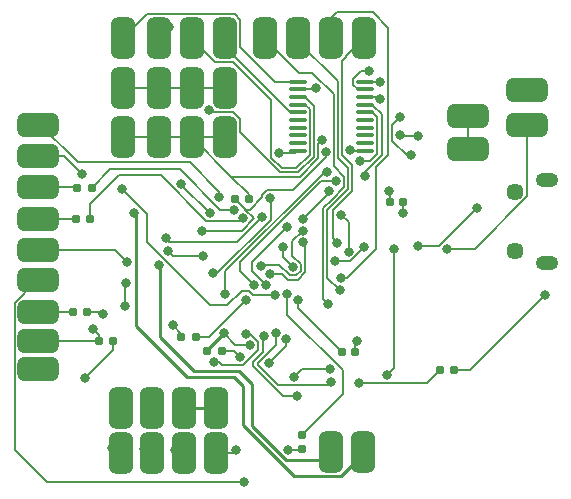
<source format=gbr>
%TF.GenerationSoftware,KiCad,Pcbnew,(6.0.1)*%
%TF.CreationDate,2022-08-29T10:58:40+03:00*%
%TF.ProjectId,flight controller,666c6967-6874-4206-936f-6e74726f6c6c,rev?*%
%TF.SameCoordinates,Original*%
%TF.FileFunction,Copper,L2,Bot*%
%TF.FilePolarity,Positive*%
%FSLAX46Y46*%
G04 Gerber Fmt 4.6, Leading zero omitted, Abs format (unit mm)*
G04 Created by KiCad (PCBNEW (6.0.1)) date 2022-08-29 10:58:40*
%MOMM*%
%LPD*%
G01*
G04 APERTURE LIST*
G04 Aperture macros list*
%AMRoundRect*
0 Rectangle with rounded corners*
0 $1 Rounding radius*
0 $2 $3 $4 $5 $6 $7 $8 $9 X,Y pos of 4 corners*
0 Add a 4 corners polygon primitive as box body*
4,1,4,$2,$3,$4,$5,$6,$7,$8,$9,$2,$3,0*
0 Add four circle primitives for the rounded corners*
1,1,$1+$1,$2,$3*
1,1,$1+$1,$4,$5*
1,1,$1+$1,$6,$7*
1,1,$1+$1,$8,$9*
0 Add four rect primitives between the rounded corners*
20,1,$1+$1,$2,$3,$4,$5,0*
20,1,$1+$1,$4,$5,$6,$7,0*
20,1,$1+$1,$6,$7,$8,$9,0*
20,1,$1+$1,$8,$9,$2,$3,0*%
G04 Aperture macros list end*
%TA.AperFunction,ComponentPad*%
%ADD10O,1.900000X1.200000*%
%TD*%
%TA.AperFunction,ComponentPad*%
%ADD11C,1.450000*%
%TD*%
%TA.AperFunction,SMDPad,CuDef*%
%ADD12RoundRect,0.500000X-0.500000X-1.250000X0.500000X-1.250000X0.500000X1.250000X-0.500000X1.250000X0*%
%TD*%
%TA.AperFunction,SMDPad,CuDef*%
%ADD13RoundRect,0.160000X0.197500X0.160000X-0.197500X0.160000X-0.197500X-0.160000X0.197500X-0.160000X0*%
%TD*%
%TA.AperFunction,SMDPad,CuDef*%
%ADD14RoundRect,0.500000X0.500000X1.250000X-0.500000X1.250000X-0.500000X-1.250000X0.500000X-1.250000X0*%
%TD*%
%TA.AperFunction,SMDPad,CuDef*%
%ADD15RoundRect,0.160000X-0.197500X-0.160000X0.197500X-0.160000X0.197500X0.160000X-0.197500X0.160000X0*%
%TD*%
%TA.AperFunction,SMDPad,CuDef*%
%ADD16RoundRect,0.500000X1.250000X-0.500000X1.250000X0.500000X-1.250000X0.500000X-1.250000X-0.500000X0*%
%TD*%
%TA.AperFunction,SMDPad,CuDef*%
%ADD17RoundRect,0.155000X0.212500X0.155000X-0.212500X0.155000X-0.212500X-0.155000X0.212500X-0.155000X0*%
%TD*%
%TA.AperFunction,SMDPad,CuDef*%
%ADD18RoundRect,0.100000X0.637500X0.100000X-0.637500X0.100000X-0.637500X-0.100000X0.637500X-0.100000X0*%
%TD*%
%TA.AperFunction,SMDPad,CuDef*%
%ADD19RoundRect,0.500000X-1.250000X0.500000X-1.250000X-0.500000X1.250000X-0.500000X1.250000X0.500000X0*%
%TD*%
%TA.AperFunction,SMDPad,CuDef*%
%ADD20RoundRect,0.160000X0.160000X-0.197500X0.160000X0.197500X-0.160000X0.197500X-0.160000X-0.197500X0*%
%TD*%
%TA.AperFunction,ViaPad*%
%ADD21C,0.800000*%
%TD*%
%TA.AperFunction,Conductor*%
%ADD22C,0.152400*%
%TD*%
%TA.AperFunction,Conductor*%
%ADD23C,0.250000*%
%TD*%
G04 APERTURE END LIST*
D10*
%TO.P,J1,6,Shield*%
%TO.N,unconnected-(J1-Pad6)*%
X161337500Y-91900000D03*
D11*
X158637500Y-85900000D03*
D10*
X161337500Y-84900000D03*
D11*
X158637500Y-90900000D03*
%TD*%
D12*
%TO.P,Elv2,1,Pin_1*%
%TO.N,PWM4_R*%
X133300000Y-108000000D03*
%TD*%
%TO.P,Panic,1,Pin_1*%
%TO.N,Panic*%
X145800000Y-107900000D03*
%TD*%
D13*
%TO.P,R3,1*%
%TO.N,VDD*%
X133800000Y-99400000D03*
%TO.P,R3,2*%
%TO.N,GYRO_CS*%
X132605000Y-99400000D03*
%TD*%
D14*
%TO.P,Elv2,1,Pin_1*%
%TO.N,PWM4_5V*%
X134100000Y-72900000D03*
%TD*%
%TO.P,S4,1,Pin_1*%
%TO.N,S4*%
X145900000Y-72900000D03*
%TD*%
D15*
%TO.P,R9,1*%
%TO.N,S_BUS*%
X121200000Y-96100000D03*
%TO.P,R9,2*%
%TO.N,Net-(Q1-Pad1)*%
X122395000Y-96100000D03*
%TD*%
D16*
%TO.P,3.3V,1,Pin_1*%
%TO.N,VDD*%
X159700000Y-77300000D03*
%TD*%
D17*
%TO.P,C12,1*%
%TO.N,Earth*%
X149200000Y-86800000D03*
%TO.P,C12,2*%
%TO.N,Net-(C12-Pad2)*%
X148065000Y-86800000D03*
%TD*%
D14*
%TO.P,S1,1,Pin_1*%
%TO.N,S1*%
X137500000Y-72900000D03*
%TD*%
D18*
%TO.P,U4,1,A1*%
%TO.N,PWM1_3.3V*%
X145962500Y-76575000D03*
%TO.P,U4,2,VCCA*%
%TO.N,VDD*%
X145962500Y-77225000D03*
%TO.P,U4,3,A2*%
%TO.N,PWM2_3.3V*%
X145962500Y-77875000D03*
%TO.P,U4,4,A3*%
%TO.N,PWM3_3.3V*%
X145962500Y-78525000D03*
%TO.P,U4,5,A4*%
%TO.N,PWM4_3.3V*%
X145962500Y-79175000D03*
%TO.P,U4,6,A5*%
%TO.N,unconnected-(U4-Pad6)*%
X145962500Y-79825000D03*
%TO.P,U4,7,A6*%
%TO.N,unconnected-(U4-Pad7)*%
X145962500Y-80475000D03*
%TO.P,U4,8,A7*%
%TO.N,unconnected-(U4-Pad8)*%
X145962500Y-81125000D03*
%TO.P,U4,9,A8*%
%TO.N,unconnected-(U4-Pad9)*%
X145962500Y-81775000D03*
%TO.P,U4,10,OE*%
%TO.N,Net-(R15-Pad2)*%
X145962500Y-82425000D03*
%TO.P,U4,11,GND*%
%TO.N,Earth*%
X140237500Y-82425000D03*
%TO.P,U4,12,B8*%
%TO.N,unconnected-(U4-Pad12)*%
X140237500Y-81775000D03*
%TO.P,U4,13,B7*%
%TO.N,unconnected-(U4-Pad13)*%
X140237500Y-81125000D03*
%TO.P,U4,14,B6*%
%TO.N,unconnected-(U4-Pad14)*%
X140237500Y-80475000D03*
%TO.P,U4,15,B5*%
%TO.N,unconnected-(U4-Pad15)*%
X140237500Y-79825000D03*
%TO.P,U4,16,B4*%
%TO.N,PWM4_5V*%
X140237500Y-79175000D03*
%TO.P,U4,17,B3*%
%TO.N,PWM3_5V*%
X140237500Y-78525000D03*
%TO.P,U4,18,B2*%
%TO.N,PWM2_5V*%
X140237500Y-77875000D03*
%TO.P,U4,19,VCCB*%
%TO.N,5V*%
X140237500Y-77225000D03*
%TO.P,U4,20,B1*%
%TO.N,PWM1_5V*%
X140237500Y-76575000D03*
%TD*%
D14*
%TO.P, ,1,Pin_1*%
%TO.N,Earth*%
X128500000Y-81300000D03*
%TD*%
%TO.P,AilR,1,Pin_1*%
%TO.N,PWM2_5V*%
X128500000Y-72900000D03*
%TD*%
D19*
%TO.P,SCL,1,Pin_1*%
%TO.N,SCL_Pad*%
X118300000Y-88200000D03*
%TD*%
D14*
%TO.P, ,1,Pin_1*%
%TO.N,Earth*%
X133300000Y-104200000D03*
%TD*%
%TO.P,  ,1,Pin_1*%
%TO.N,Earth*%
X125300000Y-104200000D03*
%TD*%
D13*
%TO.P,R6,1*%
%TO.N,Net-(R6-Pad1)*%
X131600000Y-98200000D03*
%TO.P,R6,2*%
%TO.N,Earth*%
X130405000Y-98200000D03*
%TD*%
D17*
%TO.P,C13,1*%
%TO.N,Earth*%
X145100000Y-99500000D03*
%TO.P,C13,2*%
%TO.N,Net-(C13-Pad2)*%
X143965000Y-99500000D03*
%TD*%
D16*
%TO.P,GND,1,Pin_1*%
%TO.N,Earth*%
X154700000Y-82300000D03*
%TD*%
D13*
%TO.P,R15,1*%
%TO.N,Earth*%
X136095000Y-86500000D03*
%TO.P,R15,2*%
%TO.N,Net-(R15-Pad2)*%
X134900000Y-86500000D03*
%TD*%
D14*
%TO.P,S2,1,Pin_1*%
%TO.N,S2*%
X140300000Y-72900000D03*
%TD*%
D19*
%TO.P,Rx6,1,Pin_1*%
%TO.N,Uart_Rx6*%
X118300000Y-90800000D03*
%TD*%
D14*
%TO.P, ,1,Pin_1*%
%TO.N,Earth*%
X134100000Y-81300000D03*
%TD*%
%TO.P, ,1,Pin_1*%
%TO.N,5V*%
X131300000Y-77100000D03*
%TD*%
D12*
%TO.P,AilR,1,Pin_1*%
%TO.N,PWM2_R*%
X127900000Y-108000000D03*
%TD*%
D14*
%TO.P, ,1,Pin_1*%
%TO.N,Earth*%
X125500000Y-81300000D03*
%TD*%
D15*
%TO.P,R7,1*%
%TO.N,Net-(R6-Pad1)*%
X152302500Y-101000000D03*
%TO.P,R7,2*%
%TO.N,5V_USB*%
X153497500Y-101000000D03*
%TD*%
D16*
%TO.P,5V,1,Pin_1*%
%TO.N,5V*%
X159700000Y-80200000D03*
%TD*%
%TO.P,GND,1,Pin_1*%
%TO.N,Earth*%
X154700000Y-79500000D03*
%TD*%
D12*
%TO.P,Elv1,1,Pin_1*%
%TO.N,PWM3_R*%
X130600000Y-108000000D03*
%TD*%
D19*
%TO.P,Tx6,1,Pin_1*%
%TO.N,Uart_Tx6*%
X118300000Y-93400000D03*
%TD*%
D14*
%TO.P, ,1,Pin_1*%
%TO.N,Earth*%
X131300000Y-81300000D03*
%TD*%
D13*
%TO.P,R10,1*%
%TO.N,5V*%
X124597500Y-98500000D03*
%TO.P,R10,2*%
%TO.N,Uart_Rx1*%
X123402500Y-98500000D03*
%TD*%
%TO.P,R12,1*%
%TO.N,Net-(R12-Pad1)*%
X122697500Y-88200000D03*
%TO.P,R12,2*%
%TO.N,SCL_Pad*%
X121502500Y-88200000D03*
%TD*%
D19*
%TO.P,Rx1,1,Pin_1*%
%TO.N,Uart_Rx1*%
X118300000Y-98500000D03*
%TD*%
%TO.P,SDA,1,Pin_1*%
%TO.N,SDA_Pad*%
X118300000Y-85500000D03*
%TD*%
D20*
%TO.P,R13,1*%
%TO.N,Net-(Q2-Pad1)*%
X140600000Y-107700000D03*
%TO.P,R13,2*%
%TO.N,Sevo_ConR*%
X140600000Y-106505000D03*
%TD*%
D13*
%TO.P,R11,1*%
%TO.N,Net-(R11-Pad1)*%
X122797500Y-85600000D03*
%TO.P,R11,2*%
%TO.N,SDA_Pad*%
X121602500Y-85600000D03*
%TD*%
D14*
%TO.P,AilL,1,Pin_1*%
%TO.N,PWM1_5V*%
X125500000Y-72900000D03*
%TD*%
%TO.P, ,1,Pin_1*%
%TO.N,5V*%
X128500000Y-77100000D03*
%TD*%
D12*
%TO.P,Curr,1,Pin_1*%
%TO.N,Current_Pad*%
X143100000Y-107900000D03*
%TD*%
%TO.P,AilL,1,Pin_1*%
%TO.N,PWM1_R*%
X125300000Y-108000000D03*
%TD*%
D19*
%TO.P,Rx3,1,Pin_1*%
%TO.N,Uart_Rx3*%
X118300000Y-82900000D03*
%TD*%
%TO.P,Tx3,1,Pin_1*%
%TO.N,Uart_Tx3*%
X118300000Y-80200000D03*
%TD*%
%TO.P,Tx1,1,Pin_1*%
%TO.N,Uart_Tx1*%
X118300000Y-100900000D03*
%TD*%
%TO.P,SBus,1,Pin_1*%
%TO.N,S_BUS*%
X118300000Y-96100000D03*
%TD*%
D14*
%TO.P, ,1,Pin_1*%
%TO.N,5V*%
X134100000Y-77100000D03*
%TD*%
%TO.P, ,1,Pin_1*%
%TO.N,Earth*%
X127900000Y-104200000D03*
%TD*%
%TO.P,S3,1,Pin_1*%
%TO.N,S3*%
X143100000Y-72900000D03*
%TD*%
%TO.P, ,1,Pin_1*%
%TO.N,5V*%
X125500000Y-77100000D03*
%TD*%
%TO.P,Elv1,1,Pin_1*%
%TO.N,PWM3_5V*%
X131300000Y-72900000D03*
%TD*%
%TO.P, ,1,Pin_1*%
%TO.N,Earth*%
X130600000Y-104200000D03*
%TD*%
D21*
%TO.N,Earth*%
X143000000Y-100900000D03*
X154700000Y-82300000D03*
X149200000Y-87700000D03*
X127900000Y-104200000D03*
X132800000Y-87700000D03*
X125600000Y-95600000D03*
X129700000Y-97200000D03*
X145300000Y-98500000D03*
X130400000Y-85200000D03*
X132200000Y-91300000D03*
X139900000Y-101600000D03*
X138675700Y-82600000D03*
X154700000Y-79500000D03*
X125300000Y-104200000D03*
X125500000Y-81300000D03*
X142304322Y-81526531D03*
X129300000Y-90900000D03*
X133810706Y-104550759D03*
X125700000Y-93600000D03*
X130600000Y-104200000D03*
%TO.N,VDD*%
X150400000Y-90500000D03*
X143934847Y-87849164D03*
X148927611Y-81100000D03*
X137853264Y-100353264D03*
X159700000Y-77300000D03*
X135363207Y-99923589D03*
X144572207Y-90972207D03*
X139244919Y-98390077D03*
X155400000Y-87300000D03*
X146300000Y-75700000D03*
X150400000Y-81200000D03*
%TO.N,Net-(C12-Pad2)*%
X142924529Y-85824529D03*
X148000000Y-85800000D03*
X140698556Y-88180399D03*
%TO.N,Net-(C13-Pad2)*%
X140237201Y-95019339D03*
%TO.N,5V*%
X133700000Y-75800000D03*
X141800000Y-77100000D03*
X122200000Y-101700000D03*
X152924277Y-90731309D03*
X125500000Y-77100000D03*
X159700000Y-80200000D03*
%TO.N,5V_USB*%
X161200000Y-94600000D03*
%TO.N,Net-(Q1-Pad1)*%
X123762928Y-96251299D03*
%TO.N,Uart_Rx1*%
X140699146Y-89179901D03*
X118300000Y-98500000D03*
X137161320Y-92174456D03*
X122900000Y-97500000D03*
%TO.N,GYRO_CS*%
X136202049Y-98851259D03*
X133974300Y-97891290D03*
%TO.N,Net-(R6-Pad1)*%
X145400000Y-102100000D03*
X135915451Y-95052141D03*
X143100000Y-102000000D03*
X138388760Y-97874327D03*
%TO.N,Net-(R11-Pad1)*%
X134891802Y-87441569D03*
%TO.N,Net-(R12-Pad1)*%
X135588434Y-88158303D03*
%TO.N,GYRO_INT*%
X140200000Y-103175700D03*
X137424479Y-98137323D03*
%TO.N,GYRO_SDA*%
X135842866Y-97898452D03*
X133139344Y-100325990D03*
%TO.N,PWM1_R*%
X124500000Y-107600000D03*
%TO.N,PWM2_R*%
X127200000Y-107700000D03*
%TO.N,Current_Pad*%
X128495305Y-92106478D03*
%TO.N,PWM4_3.3V*%
X137898765Y-86409425D03*
X145518318Y-83265538D03*
X133100000Y-92800000D03*
%TO.N,PWM1_3.3V*%
X134120086Y-94564500D03*
X142700000Y-84218674D03*
X147188136Y-76643722D03*
%TO.N,PWM2_3.3V*%
X143500000Y-85000000D03*
X149831309Y-82824277D03*
X136560723Y-93778431D03*
X148900000Y-79600000D03*
X147200000Y-78000000D03*
%TO.N,PWM3_3.3V*%
X139342537Y-88863992D03*
X145926696Y-84571111D03*
X137560185Y-93787436D03*
%TO.N,Uart_Rx3*%
X125400000Y-85700000D03*
X138351902Y-94651401D03*
X122000000Y-84400000D03*
%TO.N,Net-(Q2-Pad1)*%
X139430151Y-107769849D03*
%TO.N,S1*%
X142825000Y-95387000D03*
%TO.N,S2*%
X143798272Y-94213848D03*
%TO.N,S3*%
X143922038Y-93222038D03*
%TO.N,S4*%
X143600000Y-90200000D03*
%TO.N,Uart_Tx6*%
X147800000Y-101400000D03*
X145900000Y-90600000D03*
X135700000Y-110500000D03*
X143439739Y-91793165D03*
X148400000Y-90700000D03*
%TO.N,Uart_Rx6*%
X125800000Y-91800000D03*
X139840627Y-92302986D03*
X129071987Y-89800890D03*
X137223065Y-88000000D03*
X138995469Y-90608735D03*
%TO.N,Uart_Tx1*%
X118300000Y-100900000D03*
X137907335Y-92850156D03*
X140740547Y-90178545D03*
%TO.N,Uart_Tx3*%
X133608533Y-86312345D03*
%TO.N,PWM4_5V*%
X134100000Y-72900000D03*
%TO.N,PWM3_5V*%
X131300000Y-72900000D03*
%TO.N,PWM2_5V*%
X128500000Y-72900000D03*
X129347197Y-71902783D03*
X132700000Y-78981586D03*
%TO.N,PWM1_5V*%
X125500000Y-72900000D03*
%TO.N,PWM3_R*%
X129900000Y-107800000D03*
%TO.N,PWM4_R*%
X135000000Y-107800000D03*
%TO.N,Panic*%
X126422207Y-87677793D03*
%TO.N,Sevo_ConR*%
X139351392Y-94556362D03*
%TO.N,Net-(R15-Pad2)*%
X142630242Y-82515362D03*
X144685465Y-82400000D03*
X132124300Y-89200000D03*
%TD*%
D22*
%TO.N,PWM3_3.3V*%
X136400000Y-91806529D02*
X139342537Y-88863992D01*
X136400000Y-92627251D02*
X136400000Y-91806529D01*
X137560185Y-93787436D02*
X136400000Y-92627251D01*
%TO.N,Net-(R6-Pad1)*%
X135857862Y-95052141D02*
X135915451Y-95052141D01*
X132710003Y-98200000D02*
X135857862Y-95052141D01*
X131600000Y-98200000D02*
X132710003Y-98200000D01*
D23*
%TO.N,Current_Pad*%
X128600000Y-92211173D02*
X128495305Y-92106478D01*
X131500000Y-101100000D02*
X128600000Y-98200000D01*
X136400000Y-105764296D02*
X136400000Y-102200000D01*
X139235704Y-108600000D02*
X136400000Y-105764296D01*
X142400000Y-108600000D02*
X139235704Y-108600000D01*
X136400000Y-102200000D02*
X135300000Y-101100000D01*
X135300000Y-101100000D02*
X131500000Y-101100000D01*
X143100000Y-107900000D02*
X142400000Y-108600000D01*
X128600000Y-98200000D02*
X128600000Y-92211173D01*
%TO.N,GYRO_CS*%
X132605000Y-99400000D02*
X132605000Y-99260590D01*
D22*
X136202049Y-98851259D02*
X134934269Y-98851259D01*
X134934269Y-98851259D02*
X133974300Y-97891290D01*
D23*
X132605000Y-99260590D02*
X133974300Y-97891290D01*
D22*
%TO.N,S4*%
X143224289Y-89824289D02*
X143600000Y-90200000D01*
X143224289Y-87475711D02*
X143224289Y-89824289D01*
X144879523Y-85820477D02*
X143224289Y-87475711D01*
X144879523Y-83665010D02*
X144879523Y-85820477D01*
X144009764Y-74837269D02*
X144009764Y-82795251D01*
X144375720Y-74471313D02*
X144009764Y-74837269D01*
X144375720Y-74424280D02*
X144375720Y-74471313D01*
X145900000Y-72900000D02*
X144375720Y-74424280D01*
%TO.N,S1*%
X143128919Y-86575701D02*
X142412127Y-87292493D01*
X143128943Y-86575701D02*
X143128919Y-86575701D01*
X144175701Y-85528943D02*
X143128943Y-86575701D01*
X144175701Y-84624299D02*
X144175701Y-85528943D01*
X143305943Y-83754541D02*
X144175701Y-84624299D01*
X143305943Y-77650356D02*
X143305943Y-83754541D01*
X141455587Y-75800000D02*
X143305943Y-77650356D01*
X140352967Y-75800000D02*
X141455587Y-75800000D01*
%TO.N,S4*%
X144009764Y-82795251D02*
X144879523Y-83665010D01*
%TO.N,S1*%
X137500000Y-72900000D02*
X137500000Y-72947033D01*
%TO.N,S2*%
X142764038Y-87438272D02*
X142764038Y-93179614D01*
X143274698Y-86927612D02*
X142764038Y-87438272D01*
X143274710Y-86927612D02*
X143274698Y-86927612D01*
X144527612Y-83895412D02*
X144527612Y-85674710D01*
X143657853Y-83025653D02*
X144527612Y-83895412D01*
X143657853Y-76534556D02*
X143657853Y-83025653D01*
X142764038Y-93179614D02*
X143798272Y-94213848D01*
%TO.N,S1*%
X142412127Y-94974127D02*
X142825000Y-95387000D01*
%TO.N,S2*%
X140300000Y-73176703D02*
X143657853Y-76534556D01*
%TO.N,S1*%
X137500000Y-72947033D02*
X140352967Y-75800000D01*
%TO.N,S2*%
X144527612Y-85674710D02*
X143274710Y-86927612D01*
%TO.N,S1*%
X142412127Y-87292493D02*
X142412127Y-94974127D01*
%TO.N,S2*%
X140300000Y-72900000D02*
X140300000Y-73176703D01*
%TO.N,Net-(C12-Pad2)*%
X140698556Y-88180399D02*
X140719601Y-88180399D01*
X142924529Y-85975471D02*
X142924529Y-85824529D01*
X140719601Y-88180399D02*
X142924529Y-85975471D01*
%TO.N,S3*%
X144433549Y-93222038D02*
X143922038Y-93222038D01*
X146600000Y-70700000D02*
X147900000Y-72000000D01*
X146875701Y-90779886D02*
X144433549Y-93222038D01*
X143600000Y-70700000D02*
X146600000Y-70700000D01*
X146875701Y-83796076D02*
X146875701Y-90779886D01*
X143100000Y-71200000D02*
X143600000Y-70700000D01*
X147900000Y-72000000D02*
X147900000Y-82771777D01*
X143100000Y-72900000D02*
X143100000Y-71200000D01*
X147900000Y-82771777D02*
X146875701Y-83796076D01*
%TO.N,PWM2_3.3V*%
X148251911Y-80248089D02*
X148251911Y-81607498D01*
X148900000Y-79600000D02*
X148251911Y-80248089D01*
X149468690Y-82824277D02*
X149831309Y-82824277D01*
X148251911Y-81607498D02*
X149468690Y-82824277D01*
%TO.N,VDD*%
X149027611Y-81200000D02*
X148927611Y-81100000D01*
X150400000Y-81200000D02*
X149027611Y-81200000D01*
%TO.N,Net-(R15-Pad2)*%
X144710465Y-82425000D02*
X144685465Y-82400000D01*
X145962500Y-82425000D02*
X144710465Y-82425000D01*
X139866275Y-85733725D02*
X142630242Y-82969758D01*
X137618156Y-85733725D02*
X139866275Y-85733725D01*
X136200000Y-87400000D02*
X137222341Y-86377659D01*
%TO.N,Earth*%
X141954542Y-83062246D02*
X141954542Y-81876311D01*
X134603840Y-84603840D02*
X140412948Y-84603840D01*
%TO.N,PWM2_5V*%
X134800000Y-79125720D02*
X132844134Y-79125720D01*
X135375720Y-79701440D02*
X134800000Y-79125720D01*
X138754230Y-84251920D02*
X135375720Y-80873410D01*
%TO.N,Earth*%
X140412948Y-84603840D02*
X141954542Y-83062246D01*
%TO.N,PWM3_5V*%
X131300000Y-72947033D02*
X131300000Y-72900000D01*
X138000000Y-78152967D02*
X134772753Y-74925720D01*
%TO.N,Net-(R15-Pad2)*%
X137222341Y-86377659D02*
X137222341Y-86129540D01*
%TO.N,PWM3_5V*%
X138000000Y-83000000D02*
X138000000Y-78152967D01*
X140121432Y-83900000D02*
X138900000Y-83900000D01*
X141250720Y-82770712D02*
X140121432Y-83900000D01*
X141250720Y-78919372D02*
X141250720Y-82770712D01*
X140856348Y-78525000D02*
X141250720Y-78919372D01*
%TO.N,Net-(R15-Pad2)*%
X135800000Y-87400000D02*
X136200000Y-87400000D01*
%TO.N,PWM3_5V*%
X134772753Y-74925720D02*
X133278687Y-74925720D01*
%TO.N,PWM2_5V*%
X135375720Y-80873410D02*
X135375720Y-79701440D01*
X140856348Y-77875000D02*
X141602640Y-78621292D01*
%TO.N,Net-(R15-Pad2)*%
X142630242Y-82969758D02*
X142630242Y-82515362D01*
%TO.N,PWM2_5V*%
X141602640Y-82916470D02*
X140267190Y-84251920D01*
%TO.N,PWM1_3.3V*%
X142534592Y-84218674D02*
X142700000Y-84218674D01*
X134120086Y-94564500D02*
X134120086Y-92633180D01*
%TO.N,PWM2_5V*%
X140237500Y-77875000D02*
X140856348Y-77875000D01*
%TO.N,PWM3_5V*%
X133278687Y-74925720D02*
X131300000Y-72947033D01*
X138900000Y-83900000D02*
X138000000Y-83000000D01*
%TO.N,PWM1_3.3V*%
X134120086Y-92633180D02*
X142534592Y-84218674D01*
%TO.N,PWM2_5V*%
X132844134Y-79125720D02*
X132700000Y-78981586D01*
%TO.N,Net-(R15-Pad2)*%
X137222341Y-86129540D02*
X137618156Y-85733725D01*
%TO.N,PWM3_5V*%
X140237500Y-78525000D02*
X140856348Y-78525000D01*
%TO.N,Earth*%
X141954542Y-81876311D02*
X142304322Y-81526531D01*
%TO.N,PWM2_5V*%
X141602640Y-78621292D02*
X141602640Y-82916470D01*
X140267190Y-84251920D02*
X138754230Y-84251920D01*
%TO.N,PWM4_3.3V*%
X146390810Y-83265538D02*
X145518318Y-83265538D01*
X146975720Y-82680628D02*
X146390810Y-83265538D01*
X146975720Y-79569372D02*
X146975720Y-82680628D01*
X146581348Y-79175000D02*
X146975720Y-79569372D01*
X145962500Y-79175000D02*
X146581348Y-79175000D01*
%TO.N,Earth*%
X149200000Y-86800000D02*
X149200000Y-87700000D01*
X145100000Y-99500000D02*
X145100000Y-98700000D01*
D23*
X133300000Y-104200000D02*
X130600000Y-104200000D01*
D22*
X131300000Y-81300000D02*
X128500000Y-81300000D01*
X125500000Y-81300000D02*
X128500000Y-81300000D01*
X140600000Y-100900000D02*
X139900000Y-101600000D01*
X129700000Y-91300000D02*
X129300000Y-90900000D01*
X138675700Y-82600000D02*
X140062500Y-82600000D01*
X136095000Y-86500000D02*
X136095000Y-86095000D01*
X132800000Y-87700000D02*
X130400000Y-85300000D01*
X131300000Y-81300000D02*
X134100000Y-81300000D01*
X145100000Y-98700000D02*
X145300000Y-98500000D01*
X132200000Y-91300000D02*
X129700000Y-91300000D01*
D23*
X133459947Y-104200000D02*
X133810706Y-104550759D01*
D22*
X125700000Y-93600000D02*
X125600000Y-93700000D01*
X143000000Y-100900000D02*
X140600000Y-100900000D01*
X130405000Y-98200000D02*
X130405000Y-97905000D01*
X154700000Y-79500000D02*
X154700000Y-82300000D01*
X136095000Y-86095000D02*
X134603840Y-84603840D01*
X131300000Y-81300000D02*
X134603840Y-84603840D01*
X125600000Y-93700000D02*
X125600000Y-95600000D01*
X140062500Y-82600000D02*
X140237500Y-82425000D01*
X130400000Y-85300000D02*
X130400000Y-85200000D01*
D23*
X133300000Y-104200000D02*
X133459947Y-104200000D01*
D22*
X130405000Y-97905000D02*
X129700000Y-97200000D01*
%TO.N,VDD*%
X144949280Y-76830628D02*
X145343652Y-77225000D01*
X139244919Y-98390077D02*
X139244919Y-98961609D01*
X139244919Y-98961609D02*
X137853264Y-100353264D01*
X155400000Y-87300000D02*
X152200000Y-90500000D01*
X152200000Y-90500000D02*
X150400000Y-90500000D01*
X145343652Y-77225000D02*
X145962500Y-77225000D01*
X146300000Y-75700000D02*
X145568652Y-75700000D01*
X144582349Y-88496666D02*
X144582349Y-90962065D01*
X145568652Y-75700000D02*
X144949280Y-76319372D01*
X133800000Y-99400000D02*
X134839618Y-99400000D01*
X144582349Y-90962065D02*
X144572207Y-90972207D01*
X144949280Y-76319372D02*
X144949280Y-76830628D01*
X134839618Y-99400000D02*
X135363207Y-99923589D01*
X143934847Y-87849164D02*
X144582349Y-88496666D01*
%TO.N,Net-(C12-Pad2)*%
X148065000Y-86800000D02*
X148065000Y-85865000D01*
X148065000Y-85865000D02*
X148000000Y-85800000D01*
%TO.N,Net-(C13-Pad2)*%
X140237201Y-95772201D02*
X140237201Y-95019339D01*
X143965000Y-99500000D02*
X140237201Y-95772201D01*
%TO.N,5V*%
X155221411Y-90731309D02*
X152924277Y-90731309D01*
X141675000Y-77225000D02*
X140237500Y-77225000D01*
X124597500Y-99302500D02*
X122200000Y-101700000D01*
X141800000Y-77100000D02*
X141675000Y-77225000D01*
X128500000Y-77100000D02*
X125500000Y-77100000D01*
X124597500Y-98500000D02*
X124597500Y-99302500D01*
X159700000Y-80200000D02*
X159700000Y-86252720D01*
X159700000Y-86252720D02*
X155221411Y-90731309D01*
X131300000Y-77100000D02*
X128500000Y-77100000D01*
X134100000Y-77100000D02*
X131300000Y-77100000D01*
%TO.N,5V_USB*%
X154800000Y-101000000D02*
X161200000Y-94600000D01*
X153497500Y-101000000D02*
X154800000Y-101000000D01*
%TO.N,Net-(Q1-Pad1)*%
X122395000Y-96100000D02*
X123611629Y-96100000D01*
X123611629Y-96100000D02*
X123762928Y-96251299D01*
%TO.N,Uart_Rx1*%
X139800000Y-90079047D02*
X139800000Y-91306758D01*
X140699146Y-89179901D02*
X139800000Y-90079047D01*
X140120517Y-92978697D02*
X139560737Y-92978697D01*
X137209543Y-92126233D02*
X137161320Y-92174456D01*
X123402500Y-98002500D02*
X122900000Y-97500000D01*
X140516338Y-92582876D02*
X140120517Y-92978697D01*
X139800000Y-91306758D02*
X140516338Y-92023096D01*
X140516338Y-92023096D02*
X140516338Y-92582876D01*
X123402500Y-98500000D02*
X123402500Y-98002500D01*
X138708273Y-92126233D02*
X137209543Y-92126233D01*
X118300000Y-98500000D02*
X123402500Y-98500000D01*
X139560737Y-92978697D02*
X138708273Y-92126233D01*
%TO.N,Net-(R6-Pad1)*%
X136900000Y-100600000D02*
X136900000Y-100350942D01*
X138388760Y-98862182D02*
X138388760Y-97874327D01*
X142824299Y-102275701D02*
X138575701Y-102275701D01*
X145400000Y-102100000D02*
X151202500Y-102100000D01*
X151202500Y-102100000D02*
X152302500Y-101000000D01*
X143100000Y-102000000D02*
X142824299Y-102275701D01*
X138575701Y-102275701D02*
X136900000Y-100600000D01*
X136900000Y-100350942D02*
X138388760Y-98862182D01*
%TO.N,S_BUS*%
X118300000Y-96100000D02*
X121200000Y-96100000D01*
%TO.N,Net-(R11-Pad1)*%
X130255587Y-84000000D02*
X133697156Y-87441569D01*
X133697156Y-87441569D02*
X134891802Y-87441569D01*
X124397500Y-84000000D02*
X130255587Y-84000000D01*
X122797500Y-85600000D02*
X124397500Y-84000000D01*
%TO.N,SDA_Pad*%
X118300000Y-85500000D02*
X121502500Y-85500000D01*
X121502500Y-85500000D02*
X121602500Y-85600000D01*
%TO.N,Net-(R12-Pad1)*%
X125100000Y-84500000D02*
X128644413Y-84500000D01*
X122697500Y-88200000D02*
X122697500Y-86902500D01*
X122697500Y-86902500D02*
X125100000Y-84500000D01*
X135371036Y-88375701D02*
X135588434Y-88158303D01*
X128644413Y-84500000D02*
X132520114Y-88375701D01*
X132520114Y-88375701D02*
X135371036Y-88375701D01*
%TO.N,SCL_Pad*%
X118300000Y-88200000D02*
X121502500Y-88200000D01*
%TO.N,GYRO_INT*%
X137279285Y-98293770D02*
X137279285Y-99473980D01*
X138978023Y-103175700D02*
X140200000Y-103175700D01*
X137073140Y-99680124D02*
X136427612Y-100325653D01*
X137279285Y-99473980D02*
X137073140Y-99680124D01*
X136427612Y-100625289D02*
X138978023Y-103175700D01*
X136427612Y-100325653D02*
X136427612Y-100625289D01*
X137267574Y-98282059D02*
X137279285Y-98293770D01*
%TO.N,GYRO_SDA*%
X136748778Y-98404365D02*
X136748778Y-98417209D01*
X136927374Y-98595805D02*
X136927374Y-99328213D01*
X136927374Y-99328213D02*
X135656298Y-100599289D01*
X133560722Y-100325990D02*
X133139344Y-100325990D01*
X133834021Y-100599289D02*
X133560722Y-100325990D01*
X136242865Y-97898452D02*
X136748778Y-98404365D01*
X135656298Y-100599289D02*
X133834021Y-100599289D01*
X136748778Y-98417209D02*
X136927374Y-98595805D01*
X135842866Y-97898452D02*
X136242865Y-97898452D01*
%TO.N,PWM4_3.3V*%
X137975701Y-88279887D02*
X137975701Y-86486361D01*
X137975701Y-86486361D02*
X137898765Y-86409425D01*
X133100000Y-92800000D02*
X133455588Y-92800000D01*
X133455588Y-92800000D02*
X137975701Y-88279887D01*
%TO.N,PWM1_3.3V*%
X145962500Y-76575000D02*
X146031222Y-76643722D01*
X146031222Y-76643722D02*
X147188136Y-76643722D01*
%TO.N,PWM2_3.3V*%
X135373034Y-92590742D02*
X136560723Y-93778431D01*
X142250943Y-85000000D02*
X135373034Y-91877909D01*
X145962500Y-77875000D02*
X147075000Y-77875000D01*
X135373034Y-91877909D02*
X135373034Y-92590742D01*
X147075000Y-77875000D02*
X147200000Y-78000000D01*
X143500000Y-85000000D02*
X142250943Y-85000000D01*
%TO.N,PWM3_3.3V*%
X147399000Y-82775099D02*
X145926696Y-84247403D01*
X145926696Y-84247403D02*
X145926696Y-84571111D01*
X147399000Y-79342652D02*
X147399000Y-82775099D01*
X145962500Y-78525000D02*
X146581348Y-78525000D01*
X146581348Y-78525000D02*
X147399000Y-79342652D01*
%TO.N,Uart_Rx3*%
X132844413Y-95500000D02*
X127500000Y-90155587D01*
X120500000Y-82900000D02*
X122000000Y-84400000D01*
X138351902Y-94651401D02*
X136478106Y-94651401D01*
X127500000Y-90155587D02*
X127500000Y-87800000D01*
X135500000Y-94300000D02*
X134300000Y-95500000D01*
X136478106Y-94651401D02*
X136126705Y-94300000D01*
X118300000Y-82900000D02*
X120500000Y-82900000D01*
X127500000Y-87800000D02*
X125400000Y-85700000D01*
X134300000Y-95500000D02*
X132844413Y-95500000D01*
X136126705Y-94300000D02*
X135500000Y-94300000D01*
%TO.N,Net-(Q2-Pad1)*%
X140530151Y-107769849D02*
X139430151Y-107769849D01*
X140600000Y-107700000D02*
X140530151Y-107769849D01*
%TO.N,Uart_Tx6*%
X144706835Y-91793165D02*
X145900000Y-90600000D01*
X116274280Y-107774280D02*
X116274280Y-95278687D01*
X119000000Y-110500000D02*
X116274280Y-107774280D01*
X116274280Y-95278687D02*
X118152967Y-93400000D01*
X143439739Y-91793165D02*
X144706835Y-91793165D01*
X118152967Y-93400000D02*
X118300000Y-93400000D01*
X148400000Y-90700000D02*
X148400000Y-100800000D01*
X148400000Y-100800000D02*
X147800000Y-101400000D01*
X135700000Y-110500000D02*
X119000000Y-110500000D01*
%TO.N,Uart_Rx6*%
X118300000Y-90800000D02*
X124800000Y-90800000D01*
X137223065Y-88021348D02*
X137223065Y-88000000D01*
X138995469Y-91457828D02*
X139840627Y-92302986D01*
X138995469Y-90608735D02*
X138995469Y-91457828D01*
X135120114Y-90124299D02*
X137223065Y-88021348D01*
X124800000Y-90800000D02*
X125800000Y-91800000D01*
X129395396Y-90124299D02*
X135120114Y-90124299D01*
X129071987Y-89800890D02*
X129395396Y-90124299D01*
%TO.N,Uart_Tx1*%
X140740547Y-90178545D02*
X140868249Y-90306247D01*
X139208826Y-93124463D02*
X138934518Y-92850156D01*
X138934518Y-92850156D02*
X137907335Y-92850156D01*
X140868249Y-92728643D02*
X140266283Y-93330608D01*
X140868249Y-90306247D02*
X140868249Y-92728643D01*
X140266283Y-93330608D02*
X139414970Y-93330608D01*
X139414970Y-93330608D02*
X139208826Y-93124463D01*
%TO.N,Uart_Tx3*%
X133608533Y-85908533D02*
X133608533Y-86312345D01*
X118447033Y-80200000D02*
X121647033Y-83400000D01*
X121647033Y-83400000D02*
X131100000Y-83400000D01*
X131100000Y-83400000D02*
X133608533Y-85908533D01*
X118300000Y-80200000D02*
X118447033Y-80200000D01*
%TO.N,PWM4_5V*%
X140237500Y-79175000D02*
X139618652Y-79175000D01*
X139618652Y-79175000D02*
X134100000Y-73656348D01*
X134100000Y-73656348D02*
X134100000Y-72900000D01*
%TO.N,PWM2_5V*%
X128500000Y-72749980D02*
X129347197Y-71902783D01*
X128500000Y-73000000D02*
X128500000Y-72900000D01*
X128500000Y-72900000D02*
X128500000Y-72749980D01*
%TO.N,PWM1_5V*%
X135375720Y-71328687D02*
X134921313Y-70874280D01*
X140237500Y-76575000D02*
X138327967Y-76575000D01*
X134921313Y-70874280D02*
X127525720Y-70874280D01*
X135375720Y-73622753D02*
X135375720Y-71328687D01*
X127525720Y-70874280D02*
X125500000Y-72900000D01*
X138327967Y-76575000D02*
X135375720Y-73622753D01*
%TO.N,PWM4_R*%
X135000000Y-107800000D02*
X134800000Y-108000000D01*
X134800000Y-108000000D02*
X133300000Y-108000000D01*
D23*
%TO.N,Panic*%
X126524501Y-97224501D02*
X126524501Y-87780087D01*
X139974520Y-109974520D02*
X135600000Y-105600000D01*
X143941527Y-109974520D02*
X139974520Y-109974520D01*
X126524501Y-87780087D02*
X126422207Y-87677793D01*
X134850489Y-101549511D02*
X130849511Y-101549511D01*
X130849511Y-101549511D02*
X126524501Y-97224501D01*
X145800000Y-108116047D02*
X143941527Y-109974520D01*
X135600000Y-102299022D02*
X134850489Y-101549511D01*
X145800000Y-107900000D02*
X145800000Y-108116047D01*
X135600000Y-105600000D02*
X135600000Y-102299022D01*
D22*
%TO.N,Sevo_ConR*%
X139348538Y-94559216D02*
X139351392Y-94556362D01*
X139348538Y-96292951D02*
X139348538Y-94559216D01*
X144075701Y-101020114D02*
X139348538Y-96292951D01*
X144075701Y-103029299D02*
X144075701Y-101020114D01*
X140600000Y-106505000D02*
X144075701Y-103029299D01*
%TO.N,Net-(R15-Pad2)*%
X136548089Y-88148089D02*
X136548089Y-88154233D01*
X136548089Y-88154233D02*
X135502322Y-89200000D01*
X135800000Y-87394180D02*
X135800000Y-87400000D01*
X135800000Y-87400000D02*
X136548089Y-88148089D01*
X135502322Y-89200000D02*
X132124300Y-89200000D01*
X134900000Y-86500000D02*
X134905820Y-86500000D01*
X134905820Y-86500000D02*
X135800000Y-87394180D01*
%TD*%
M02*

</source>
